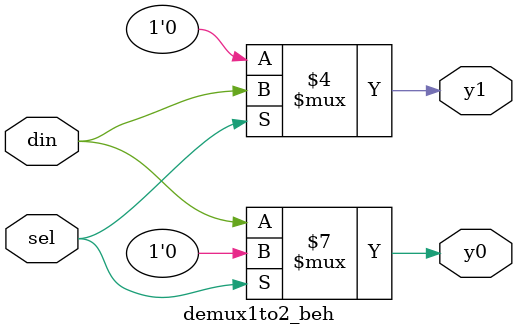
<source format=v>
module demux1to2_beh (
	input din,
	input sel,
	output reg y0,
	output reg y1
);

	always @(*) begin
	if (sel == 1'b0) begin
	        y0 = din;
		y1 = 0;
	end else begin
		y0 = 0;
		y1 = din;
	end
end
endmodule


</source>
